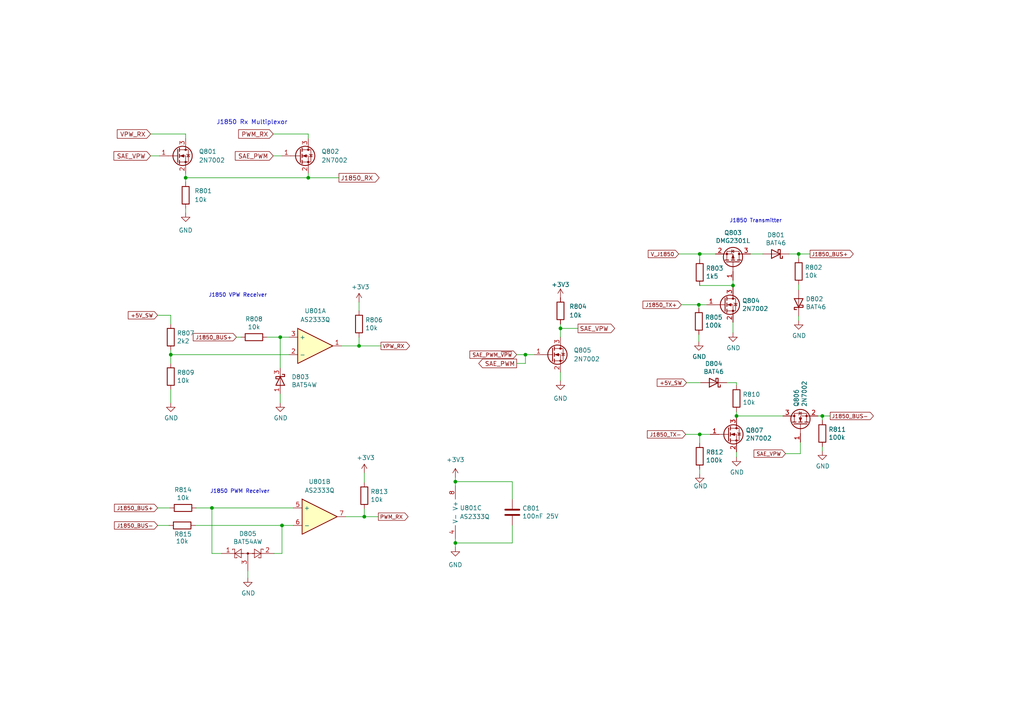
<source format=kicad_sch>
(kicad_sch (version 20211123) (generator eeschema)
  (paper "A4")
  (title_block (title "Vehicle CAN Collector") (date "2022-12-29") (rev "1") (company "Gavin Hurlbut"))
  (lib_symbols
    (symbol "Device:C" (pin_numbers hide) (pin_names (offset 0.254))
      (property "Reference" "C" (at 0.635 2.54 0))
      (property "Value" "C" (at 0.635 -2.54 0))
      (symbol "C_0_1"
        (polyline (pts (xy -2.032 -0.762) (xy 2.032 -0.762)) (stroke (width 0.508)))
        (polyline (pts (xy -2.032 0.762) (xy 2.032 0.762)) (stroke (width 0.508)))
      )
      (symbol "C_1_1"
        (pin passive line (at 0 3.81 270) (length 2.794) (name "~") (number "1"))
        (pin passive line (at 0 -3.81 90) (length 2.794) (name "~") (number "2"))
      )
    )
    (symbol "Device:Opamp_Dual"
      (property "Reference" "U" (at 0 5.08 0))
      (property "Value" "Opamp_Dual" (at 0 -5.08 0))
      (symbol "Opamp_Dual_1_1"
        (polyline (pts (xy -5.08 5.08) (xy 5.08 0) (xy -5.08 -5.08) (xy -5.08 5.08)) (stroke (width 0.254)) (fill (type background)))
        (pin output line (at 7.62 0 180) (length 2.54) (name "~") (number "1"))
        (pin input line (at -7.62 -2.54 0) (length 2.54) (name "-") (number "2"))
        (pin input line (at -7.62 2.54 0) (length 2.54) (name "+") (number "3"))
      )
      (symbol "Opamp_Dual_2_1"
        (polyline (pts (xy -5.08 5.08) (xy 5.08 0) (xy -5.08 -5.08) (xy -5.08 5.08)) (stroke (width 0.254)) (fill (type background)))
        (pin input line (at -7.62 2.54 0) (length 2.54) (name "+") (number "5"))
        (pin input line (at -7.62 -2.54 0) (length 2.54) (name "-") (number "6"))
        (pin output line (at 7.62 0 180) (length 2.54) (name "~") (number "7"))
      )
      (symbol "Opamp_Dual_3_1"
        (pin power_in line (at -2.54 -7.62 90) (length 3.81) (name "V-") (number "4"))
        (pin power_in line (at -2.54 7.62 270) (length 3.81) (name "V+") (number "8"))
      )
    )
    (symbol "Device:R" (pin_numbers hide) (pin_names (offset 0))
      (property "Reference" "R" (at 2.032 0 90))
      (property "Value" "R" (at 0 0 90))
      (symbol "R_0_1"
        (rectangle (start -1.016 -2.54) (end 1.016 2.54) (stroke (width 0.254)))
      )
      (symbol "R_1_1"
        (pin passive line (at 0 3.81 270) (length 1.27) (name "~") (number "1"))
        (pin passive line (at 0 -3.81 90) (length 1.27) (name "~") (number "2"))
      )
    )
    (symbol "Diode:BAT46" (pin_numbers hide) (pin_names (offset 1.016) hide)
      (property "Reference" "D" (at 0 2.54 0))
      (property "Value" "BAT46" (at 0 -2.54 0))
      (symbol "BAT46_0_1"
        (polyline (pts (xy 1.27 0) (xy -1.27 0)))
        (polyline (pts (xy 1.27 1.27) (xy 1.27 -1.27) (xy -1.27 0) (xy 1.27 1.27)) (stroke (width 0.254)))
        (polyline (pts (xy -1.905 0.635) (xy -1.905 1.27) (xy -1.27 1.27) (xy -1.27 -1.27) (xy -0.635 -1.27) (xy -0.635 -0.635)) (stroke (width 0.254)))
      )
      (symbol "BAT46_1_1"
        (pin passive line (at -3.81 0 0) (length 2.54) (name "K") (number "1"))
        (pin passive line (at 3.81 0 180) (length 2.54) (name "A") (number "2"))
      )
    )
    (symbol "Diode:BAT54AW" (pin_names (offset 1.016))
      (property "Reference" "D" (at 0.635 -3.81 0))
      (property "Value" "BAT54AW" (at -6.35 3.175 0))
      (symbol "BAT54AW_0_1"
        (polyline (pts (xy -4.445 1.27) (xy -4.445 1.016)))
        (polyline (pts (xy -3.81 -1.27) (xy -3.81 1.27)))
        (polyline (pts (xy -3.81 -1.27) (xy -3.175 -1.27)))
        (polyline (pts (xy -3.81 0) (xy -1.27 0)))
        (polyline (pts (xy -3.81 1.27) (xy -4.445 1.27)))
        (polyline (pts (xy -3.175 -1.27) (xy -3.175 -1.016)))
        (polyline (pts (xy -1.905 0) (xy 1.905 0)))
        (polyline (pts (xy 1.27 0) (xy 3.81 0)))
        (polyline (pts (xy 3.175 -1.27) (xy 3.175 -1.016)))
        (polyline (pts (xy 3.81 -1.27) (xy 3.175 -1.27)))
        (polyline (pts (xy 3.81 -1.27) (xy 3.81 1.27)))
        (polyline (pts (xy 3.81 1.27) (xy 4.445 1.27)))
        (polyline (pts (xy 4.445 1.27) (xy 4.445 1.016)))
        (polyline (pts (xy -1.905 1.27) (xy -1.905 -1.27) (xy -3.81 0) (xy -1.905 1.27)))
        (polyline (pts (xy 1.905 1.27) (xy 1.905 -1.27) (xy 3.81 0) (xy 1.905 1.27)))
        (circle (center 0 0) (radius 0.254) (fill (type outline)))
      )
      (symbol "BAT54AW_1_1"
        (pin passive line (at -7.62 0 0) (length 3.81) (name "~") (number "1"))
        (pin passive line (at 7.62 0 180) (length 3.81) (name "~") (number "2"))
        (pin passive line (at 0 -5.08 90) (length 5.08) (name "~") (number "3"))
      )
    )
    (symbol "Diode:BAT54W" (pin_names (offset 1.016) hide)
      (property "Reference" "D" (at 0 2.54 0))
      (property "Value" "BAT54W" (at 0 -2.54 0))
      (symbol "BAT54W_0_1"
        (polyline (pts (xy 1.27 0) (xy -1.27 0)))
        (polyline (pts (xy 1.27 1.27) (xy 1.27 -1.27) (xy -1.27 0) (xy 1.27 1.27)) (stroke (width 0.254)))
        (polyline (pts (xy -1.905 0.635) (xy -1.905 1.27) (xy -1.27 1.27) (xy -1.27 -1.27) (xy -0.635 -1.27) (xy -0.635 -0.635)) (stroke (width 0.254)))
      )
      (symbol "BAT54W_1_1"
        (pin passive line (at 3.81 0 180) (length 2.54) (name "A") (number "1"))
        (pin no_connect line (at 0 0 90) (length 2.54) hide (name "NC") (number "2"))
        (pin passive line (at -3.81 0 0) (length 2.54) (name "K") (number "3"))
      )
    )
    (symbol "Transistor_FET:2N7002" (pin_names hide)
      (property "Reference" "Q" (at 5.08 1.905 0))
      (property "Value" "2N7002" (at 5.08 0 0))
      (symbol "2N7002_0_1"
        (polyline (pts (xy 0.254 0) (xy -2.54 0)))
        (polyline (pts (xy 0.254 1.905) (xy 0.254 -1.905)) (stroke (width 0.254)))
        (polyline (pts (xy 0.762 -1.27) (xy 0.762 -2.286)) (stroke (width 0.254)))
        (polyline (pts (xy 0.762 0.508) (xy 0.762 -0.508)) (stroke (width 0.254)))
        (polyline (pts (xy 0.762 2.286) (xy 0.762 1.27)) (stroke (width 0.254)))
        (polyline (pts (xy 2.54 2.54) (xy 2.54 1.778)))
        (polyline (pts (xy 2.54 -2.54) (xy 2.54 0) (xy 0.762 0)))
        (polyline (pts (xy 0.762 -1.778) (xy 3.302 -1.778) (xy 3.302 1.778) (xy 0.762 1.778)))
        (polyline (pts (xy 1.016 0) (xy 2.032 0.381) (xy 2.032 -0.381) (xy 1.016 0)) (fill (type outline)))
        (polyline (pts (xy 2.794 0.508) (xy 2.921 0.381) (xy 3.683 0.381) (xy 3.81 0.254)))
        (polyline (pts (xy 3.302 0.381) (xy 2.921 -0.254) (xy 3.683 -0.254) (xy 3.302 0.381)))
        (circle (center 1.651 0) (radius 2.794) (stroke (width 0.254)))
        (circle (center 2.54 -1.778) (radius 0.254) (fill (type outline)))
        (circle (center 2.54 1.778) (radius 0.254) (fill (type outline)))
      )
      (symbol "2N7002_1_1"
        (pin input line (at -5.08 0 0) (length 2.54) (name "G") (number "1"))
        (pin passive line (at 2.54 -5.08 90) (length 2.54) (name "S") (number "2"))
        (pin passive line (at 2.54 5.08 270) (length 2.54) (name "D") (number "3"))
      )
    )
    (symbol "Transistor_FET:DMG2301L" (pin_names hide)
      (property "Reference" "Q" (at 5.08 1.905 0))
      (property "Value" "DMG2301L" (at 5.08 0 0))
      (symbol "DMG2301L_0_1"
        (polyline (pts (xy 0.254 0) (xy -2.54 0)))
        (polyline (pts (xy 0.254 1.905) (xy 0.254 -1.905)) (stroke (width 0.254)))
        (polyline (pts (xy 0.762 -1.27) (xy 0.762 -2.286)) (stroke (width 0.254)))
        (polyline (pts (xy 0.762 0.508) (xy 0.762 -0.508)) (stroke (width 0.254)))
        (polyline (pts (xy 0.762 2.286) (xy 0.762 1.27)) (stroke (width 0.254)))
        (polyline (pts (xy 2.54 2.54) (xy 2.54 1.778)))
        (polyline (pts (xy 2.54 -2.54) (xy 2.54 0) (xy 0.762 0)))
        (polyline (pts (xy 0.762 1.778) (xy 3.302 1.778) (xy 3.302 -1.778) (xy 0.762 -1.778)))
        (polyline (pts (xy 2.286 0) (xy 1.27 0.381) (xy 1.27 -0.381) (xy 2.286 0)) (fill (type outline)))
        (polyline (pts (xy 2.794 -0.508) (xy 2.921 -0.381) (xy 3.683 -0.381) (xy 3.81 -0.254)))
        (polyline (pts (xy 3.302 -0.381) (xy 2.921 0.254) (xy 3.683 0.254) (xy 3.302 -0.381)))
        (circle (center 1.651 0) (radius 2.794) (stroke (width 0.254)))
        (circle (center 2.54 -1.778) (radius 0.254) (fill (type outline)))
        (circle (center 2.54 1.778) (radius 0.254) (fill (type outline)))
      )
      (symbol "DMG2301L_1_1"
        (pin input line (at -5.08 0 0) (length 2.54) (name "G") (number "1"))
        (pin passive line (at 2.54 -5.08 90) (length 2.54) (name "S") (number "2"))
        (pin passive line (at 2.54 5.08 270) (length 2.54) (name "D") (number "3"))
      )
    )
    (symbol "power:+3V3" (power) (pin_names (offset 0))
      (property "Value" "+3V3" (at 0 3.556 0))
      (symbol "+3V3_0_1"
        (polyline (pts (xy -0.762 1.27) (xy 0 2.54)))
        (polyline (pts (xy 0 0) (xy 0 2.54)))
        (polyline (pts (xy 0 2.54) (xy 0.762 1.27)))
      )
      (symbol "+3V3_1_1"
        (pin power_in line (at 0 0 90) (length 0) hide (name "+3V3") (number "1"))
      )
    )
    (symbol "power:GND" (power) (pin_names (offset 0))
      (property "Value" "GND" (at 0 -3.81 0))
      (symbol "GND_0_1"
        (polyline (pts (xy 0 0) (xy 0 -1.27) (xy 1.27 -1.27) (xy 0 -2.54) (xy -1.27 -1.27) (xy 0 -1.27)))
      )
      (symbol "GND_1_1"
        (pin power_in line (at 0 0 270) (length 0) hide (name "GND") (number "1"))
      )
    )
  )
  (junction (at 81.28 97.79))
  (junction (at 202.692 88.392))
  (junction (at 132.08 157.48))
  (junction (at 238.506 120.65))
  (junction (at 132.08 139.7))
  (junction (at 61.468 147.32))
  (junction (at 231.648 73.66))
  (junction (at 89.408 51.562))
  (junction (at 104.14 100.33))
  (junction (at 105.664 149.86))
  (junction (at 49.53 102.87))
  (junction (at 162.56 95.25))
  (junction (at 212.598 82.804))
  (junction (at 152.4 102.87))
  (junction (at 202.946 73.66))
  (junction (at 202.946 125.984))
  (junction (at 213.614 120.65))
  (junction (at 81.788 152.4))
  (junction (at 53.848 51.562))
  (wire (pts (xy 213.614 120.65) (xy 213.614 119.38)))
  (wire (pts (xy 105.664 139.954) (xy 105.664 137.16)))
  (wire (pts (xy 89.408 51.562) (xy 89.408 50.292)))
  (wire (pts (xy 43.688 45.212) (xy 46.228 45.212)))
  (wire (pts (xy 109.728 149.86) (xy 105.664 149.86)))
  (wire (pts (xy 202.946 136.144) (xy 202.946 137.414)))
  (wire (pts (xy 213.614 132.588) (xy 213.614 131.064)))
  (wire (pts (xy 162.56 93.98) (xy 162.56 95.25)))
  (wire (pts (xy 81.28 97.79) (xy 83.82 97.79)))
  (wire (pts (xy 79.502 160.528) (xy 81.788 160.528)))
  (wire (pts (xy 212.598 81.28) (xy 212.598 82.804)))
  (wire (pts (xy 45.72 91.44) (xy 49.53 91.44)))
  (wire (pts (xy 104.14 100.33) (xy 104.14 97.79)))
  (wire (pts (xy 231.648 73.66) (xy 234.95 73.66)))
  (wire (pts (xy 49.53 113.03) (xy 49.53 116.84)))
  (wire (pts (xy 85.09 152.4) (xy 81.788 152.4)))
  (wire (pts (xy 202.946 128.524) (xy 202.946 125.984)))
  (wire (pts (xy 61.468 160.528) (xy 61.468 147.32)))
  (wire (pts (xy 202.692 99.06) (xy 202.692 97.028)))
  (wire (pts (xy 43.688 38.862) (xy 53.848 38.862)))
  (wire (pts (xy 210.82 110.998) (xy 213.614 110.998)))
  (wire (pts (xy 148.59 144.78) (xy 148.59 139.7)))
  (wire (pts (xy 132.08 157.48) (xy 132.08 158.75)))
  (wire (pts (xy 81.28 106.68) (xy 81.28 97.79)))
  (wire (pts (xy 237.236 120.65) (xy 238.506 120.65)))
  (wire (pts (xy 162.56 95.25) (xy 167.64 95.25)))
  (wire (pts (xy 231.648 74.93) (xy 231.648 73.66)))
  (wire (pts (xy 132.08 138.43) (xy 132.08 139.7)))
  (wire (pts (xy 202.946 125.984) (xy 205.994 125.984)))
  (wire (pts (xy 198.882 125.984) (xy 202.946 125.984)))
  (wire (pts (xy 148.59 139.7) (xy 132.08 139.7)))
  (wire (pts (xy 199.136 110.998) (xy 203.2 110.998)))
  (wire (pts (xy 231.648 91.694) (xy 231.648 92.964)))
  (wire (pts (xy 149.86 102.87) (xy 152.4 102.87)))
  (wire (pts (xy 104.14 100.33) (xy 110.49 100.33)))
  (wire (pts (xy 45.72 147.32) (xy 49.276 147.32)))
  (wire (pts (xy 212.598 96.52) (xy 212.598 93.472)))
  (wire (pts (xy 81.28 114.3) (xy 81.28 116.84)))
  (wire (pts (xy 213.614 111.76) (xy 213.614 110.998)))
  (wire (pts (xy 104.14 87.63) (xy 104.14 90.17)))
  (wire (pts (xy 162.56 107.95) (xy 162.56 110.49)))
  (wire (pts (xy 61.468 147.32) (xy 56.896 147.32)))
  (wire (pts (xy 227.838 131.572) (xy 232.156 131.572)))
  (wire (pts (xy 217.678 73.66) (xy 221.234 73.66)))
  (wire (pts (xy 53.848 51.562) (xy 53.848 52.832)))
  (wire (pts (xy 49.53 102.87) (xy 49.53 105.41)))
  (wire (pts (xy 100.33 149.86) (xy 105.664 149.86)))
  (wire (pts (xy 53.848 51.562) (xy 89.408 51.562)))
  (wire (pts (xy 99.06 100.33) (xy 104.14 100.33)))
  (wire (pts (xy 132.08 139.7) (xy 132.08 140.97)))
  (wire (pts (xy 105.664 147.574) (xy 105.664 149.86)))
  (wire (pts (xy 228.854 73.66) (xy 231.648 73.66)))
  (wire (pts (xy 238.506 130.81) (xy 238.506 129.54)))
  (wire (pts (xy 49.53 91.44) (xy 49.53 93.98)))
  (wire (pts (xy 79.248 38.862) (xy 89.408 38.862)))
  (wire (pts (xy 238.506 120.65) (xy 240.792 120.65)))
  (wire (pts (xy 213.614 120.904) (xy 213.614 120.65)))
  (wire (pts (xy 227.076 120.65) (xy 213.614 120.65)))
  (wire (pts (xy 132.08 156.21) (xy 132.08 157.48)))
  (wire (pts (xy 89.408 51.562) (xy 98.298 51.562)))
  (wire (pts (xy 148.59 152.4) (xy 148.59 157.48)))
  (wire (pts (xy 68.58 97.79) (xy 69.85 97.79)))
  (wire (pts (xy 196.85 73.66) (xy 202.946 73.66)))
  (wire (pts (xy 79.248 45.212) (xy 81.788 45.212)))
  (wire (pts (xy 202.692 89.408) (xy 202.692 88.392)))
  (wire (pts (xy 85.09 147.32) (xy 61.468 147.32)))
  (wire (pts (xy 53.848 38.862) (xy 53.848 40.132)))
  (wire (pts (xy 162.56 95.25) (xy 162.56 97.79)))
  (wire (pts (xy 71.882 167.64) (xy 71.882 165.608)))
  (wire (pts (xy 202.692 88.392) (xy 204.978 88.392)))
  (wire (pts (xy 81.788 152.4) (xy 56.642 152.4)))
  (wire (pts (xy 49.53 102.87) (xy 83.82 102.87)))
  (wire (pts (xy 53.848 61.722) (xy 53.848 60.452)))
  (wire (pts (xy 152.4 105.41) (xy 152.4 102.87)))
  (wire (pts (xy 202.946 73.66) (xy 207.518 73.66)))
  (wire (pts (xy 232.156 131.572) (xy 232.156 128.27)))
  (wire (pts (xy 202.946 82.804) (xy 212.598 82.804)))
  (wire (pts (xy 45.72 152.4) (xy 49.022 152.4)))
  (wire (pts (xy 77.47 97.79) (xy 81.28 97.79)))
  (wire (pts (xy 64.262 160.528) (xy 61.468 160.528)))
  (wire (pts (xy 148.59 157.48) (xy 132.08 157.48)))
  (wire (pts (xy 49.53 101.6) (xy 49.53 102.87)))
  (wire (pts (xy 152.4 102.87) (xy 154.94 102.87)))
  (wire (pts (xy 231.648 82.55) (xy 231.648 84.074)))
  (wire (pts (xy 89.408 38.862) (xy 89.408 40.132)))
  (wire (pts (xy 197.612 88.392) (xy 202.692 88.392)))
  (wire (pts (xy 202.946 75.184) (xy 202.946 73.66)))
  (wire (pts (xy 149.86 105.41) (xy 152.4 105.41)))
  (wire (pts (xy 238.506 121.92) (xy 238.506 120.65)))
  (wire (pts (xy 212.598 82.804) (xy 212.598 83.312)))
  (wire (pts (xy 81.788 160.528) (xy 81.788 152.4)))
  (wire (pts (xy 53.848 50.292) (xy 53.848 51.562)))
  (text "J1850 Transmitter" (at 211.582 64.77 0) (effects (font (size 1.0922 1.0922)) (justify left bottom)))
  (text "J1850 Rx Multiplexor" (at 62.738 36.322 0) (effects (font (size 1.27 1.27)) (justify left bottom)))
  (text "J1850 VPW Receiver" (at 77.47 86.36 180) (effects (font (size 1.0922 1.0922)) (justify right bottom)))
  (text "J1850 PWM Receiver" (at 78.232 143.256 180) (effects (font (size 1.0922 1.0922)) (justify right bottom)))
  (global_label "SAE_VPW" (shape input) (at 43.688 45.212 180) (property "Intersheet References" "${INTERSHEET_REFS}" (effects hide)))
  (global_label "+5V_SW" (shape input) (at 199.136 110.998 180) (effects (font (size 1.0922 1.0922))) (property "Intersheet References" "${INTERSHEET_REFS}" (effects hide)))
  (global_label "SAE_PWM" (shape input) (at 79.248 45.212 180) (property "Intersheet References" "${INTERSHEET_REFS}" (effects hide)))
  (global_label "J1850_BUS+" (shape output) (at 234.95 73.66 0) (effects (font (size 1.0922 1.0922))) (property "Intersheet References" "${INTERSHEET_REFS}" (effects hide)))
  (global_label "V_J1850" (shape input) (at 196.85 73.66 180) (effects (font (size 1.0922 1.0922))) (property "Intersheet References" "${INTERSHEET_REFS}" (effects hide)))
  (global_label "SAE_VPW" (shape input) (at 227.838 131.572 180) (effects (font (size 1.0922 1.0922))) (property "Intersheet References" "${INTERSHEET_REFS}" (effects hide)))
  (global_label "J1850_BUS+" (shape input) (at 45.72 147.32 180) (effects (font (size 1.0922 1.0922))) (property "Intersheet References" "${INTERSHEET_REFS}" (effects hide)))
  (global_label "J1850_TX-" (shape input) (at 198.882 125.984 180) (effects (font (size 1.0922 1.0922))) (property "Intersheet References" "${INTERSHEET_REFS}" (effects hide)))
  (global_label "SAE_PWM_~{VPW}" (shape input) (at 149.86 102.87 180) (effects (font (size 1.0922 1.0922))) (property "Intersheet References" "${INTERSHEET_REFS}" (effects hide)))
  (global_label "J1850_RX" (shape output) (at 98.298 51.562 0) (property "Intersheet References" "${INTERSHEET_REFS}" (effects hide)))
  (global_label "VPW_RX" (shape output) (at 110.49 100.33 0) (effects (font (size 1.0922 1.0922))) (property "Intersheet References" "${INTERSHEET_REFS}" (effects hide)))
  (global_label "PWM_RX" (shape input) (at 79.248 38.862 180) (property "Intersheet References" "${INTERSHEET_REFS}" (effects hide)))
  (global_label "J1850_BUS-" (shape input) (at 45.72 152.4 180) (effects (font (size 1.0922 1.0922))) (property "Intersheet References" "${INTERSHEET_REFS}" (effects hide)))
  (global_label "SAE_PWM" (shape output) (at 149.86 105.41 180) (property "Intersheet References" "${INTERSHEET_REFS}" (effects hide)))
  (global_label "PWM_RX" (shape output) (at 109.728 149.86 0) (effects (font (size 1.0922 1.0922))) (property "Intersheet References" "${INTERSHEET_REFS}" (effects hide)))
  (global_label "J1850_TX+" (shape input) (at 197.612 88.392 180) (effects (font (size 1.0922 1.0922))) (property "Intersheet References" "${INTERSHEET_REFS}" (effects hide)))
  (global_label "SAE_VPW" (shape output) (at 167.64 95.25 0) (property "Intersheet References" "${INTERSHEET_REFS}" (effects hide)))
  (global_label "J1850_BUS+" (shape input) (at 68.58 97.79 180) (effects (font (size 1.0922 1.0922))) (property "Intersheet References" "${INTERSHEET_REFS}" (effects hide)))
  (global_label "J1850_BUS-" (shape output) (at 240.792 120.65 0) (effects (font (size 1.0922 1.0922))) (property "Intersheet References" "${INTERSHEET_REFS}" (effects hide)))
  (global_label "VPW_RX" (shape input) (at 43.688 38.862 180) (property "Intersheet References" "${INTERSHEET_REFS}" (effects hide)))
  (global_label "+5V_SW" (shape input) (at 45.72 91.44 180) (effects (font (size 1.0922 1.0922))) (property "Intersheet References" "${INTERSHEET_REFS}" (effects hide)))
  (symbol (lib_id "Device:Opamp_Dual") (at 91.44 100.33 0) (unit 1)
    (property "Reference" "U801" (at 91.44 90.17 0))
    (property "Value" "AS2333Q" (at 91.44 92.71 0))
    (property "Footprint" "Package_SO:SOIC-8_3.9x4.9mm_P1.27mm" (effects hide))
  )
  (symbol (lib_id "Transistor_FET:2N7002") (at 211.074 125.984 0) (unit 1)
    (property "Reference" "Q807" (at 216.2556 124.8156 0) (effects (justify left)))
    (property "Value" "2N7002" (at 216.2556 127.127 0) (effects (justify left)))
    (property "Footprint" "Package_TO_SOT_SMD:SOT-23" (effects hide))
    (property "Datasheet" "https://www.onsemi.com/pub/Collateral/NDS7002A-D.PDF" (effects hide))
  )
  (symbol (lib_id "Diode:BAT46") (at 207.01 110.998 180) (unit 1)
    (property "Reference" "D804" (at 207.01 105.4862 0))
    (property "Value" "BAT46" (at 207.01 107.7976 0))
    (property "Footprint" "Diode_THT:D_DO-35_SOD27_P7.62mm_Horizontal" (effects hide))
    (property "Datasheet" "http://www.vishay.com/docs/85662/bat46.pdf" (effects hide))
  )
  (symbol (lib_id "Device:R") (at 202.946 132.334 0) (unit 1)
    (property "Reference" "R812" (at 204.724 131.1656 0) (effects (justify left)))
    (property "Value" "100k" (at 204.724 133.477 0) (effects (justify left)))
  )
  (symbol (lib_id "Device:R") (at 105.664 143.764 180) (unit 1)
    (property "Reference" "R813" (at 107.442 142.5956 0) (effects (justify right)))
    (property "Value" "10k" (at 107.442 144.907 0) (effects (justify right)))
  )
  (symbol (lib_id "Diode:BAT54W") (at 81.28 110.49 270) (unit 1)
    (property "Reference" "D803" (at 84.5566 109.3216 90) (effects (justify left)))
    (property "Value" "BAT54W" (at 84.5566 111.633 90) (effects (justify left)))
    (property "Footprint" "Package_TO_SOT_SMD:SOT-323_SC-70" (effects hide))
    (property "Datasheet" "https://assets.nexperia.com/documents/data-sheet/BAT54W_SER.pdf" (effects hide))
  )
  (symbol (lib_id "power:GND") (at 238.506 130.81 0) (unit 1)
    (property "Reference" "#PWR0810" (effects hide))
    (property "Value" "GND" (at 238.633 135.2042 0))
  )
  (symbol (lib_id "Device:R") (at 73.66 97.79 270) (unit 1)
    (property "Reference" "R808" (at 73.66 92.5322 90))
    (property "Value" "10k" (at 73.66 94.8436 90))
  )
  (symbol (lib_id "Device:R") (at 52.832 152.4 90) (unit 1)
    (property "Reference" "R815" (at 53.086 154.94 90))
    (property "Value" "10k" (at 52.832 156.972 90))
  )
  (symbol (lib_id "Device:R") (at 162.56 90.17 0) (unit 1)
    (property "Reference" "R804" (at 165.1 88.8999 0) (effects (justify left)))
    (property "Value" "10k" (at 165.1 91.4399 0) (effects (justify left)))
  )
  (symbol (lib_id "power:+3V3") (at 104.14 87.63 0) (unit 1)
    (property "Reference" "#PWR0803" (effects hide))
    (property "Value" "+3V3" (at 104.521 83.2358 0))
  )
  (symbol (lib_id "Transistor_FET:DMG2301L") (at 212.598 76.2 270) (mirror x) (unit 1)
    (property "Reference" "Q803" (at 212.598 67.5132 90))
    (property "Value" "DMG2301L" (at 212.598 69.8246 90))
    (property "Footprint" "Package_TO_SOT_SMD:SOT-23" (effects hide))
    (property "Datasheet" "https://www.diodes.com/assets/Datasheets/DMG2301L.pdf" (effects hide))
  )
  (symbol (lib_id "power:+3V3") (at 162.56 86.36 0) (unit 1)
    (property "Reference" "#PWR0802" (effects hide))
    (property "Value" "+3V3" (at 162.56 82.55 0))
  )
  (symbol (lib_id "Device:R") (at 53.848 56.642 0) (unit 1)
    (property "Reference" "R801" (at 56.388 55.3719 0) (effects (justify left)))
    (property "Value" "10k" (at 56.388 57.9119 0) (effects (justify left)))
  )
  (symbol (lib_id "Transistor_FET:2N7002") (at 232.156 123.19 90) (unit 1)
    (property "Reference" "Q806" (at 230.9876 118.0084 0) (effects (justify left)))
    (property "Value" "2N7002" (at 233.299 118.0084 0) (effects (justify left)))
    (property "Footprint" "Package_TO_SOT_SMD:SOT-23" (effects hide))
    (property "Datasheet" "https://www.onsemi.com/pub/Collateral/NDS7002A-D.PDF" (effects hide))
  )
  (symbol (lib_id "Device:R") (at 202.946 78.994 0) (unit 1)
    (property "Reference" "R803" (at 204.724 77.8256 0) (effects (justify left)))
    (property "Value" "1k5" (at 204.724 80.137 0) (effects (justify left)))
  )
  (symbol (lib_id "power:GND") (at 202.946 137.414 0) (unit 1)
    (property "Reference" "#PWR0813" (effects hide))
    (property "Value" "GND" (at 203.2 140.97 0))
  )
  (symbol (lib_id "Diode:BAT54AW") (at 71.882 160.528 0) (unit 1)
    (property "Reference" "D805" (at 71.882 154.813 0))
    (property "Value" "BAT54AW" (at 71.882 157.1244 0))
    (property "Footprint" "Package_TO_SOT_SMD:SOT-323_SC-70" (effects hide))
    (property "Datasheet" "https://assets.nexperia.com/documents/data-sheet/BAT54W_SER.pdf" (effects hide))
  )
  (symbol (lib_id "power:GND") (at 202.692 99.06 0) (unit 1)
    (property "Reference" "#PWR0806" (effects hide))
    (property "Value" "GND" (at 202.819 103.4542 0))
  )
  (symbol (lib_id "Device:C") (at 148.59 148.59 180) (unit 1)
    (property "Reference" "C801" (at 151.4856 147.4216 0) (effects (justify right)))
    (property "Value" "100nF 25V" (at 151.4856 149.733 0) (effects (justify right)))
  )
  (symbol (lib_id "power:GND") (at 49.53 116.84 0) (unit 1)
    (property "Reference" "#PWR0808" (effects hide))
    (property "Value" "GND" (at 49.657 121.2342 0))
  )
  (symbol (lib_id "Transistor_FET:2N7002") (at 51.308 45.212 0) (unit 1)
    (property "Reference" "Q801" (at 57.658 43.9419 0) (effects (justify left)))
    (property "Value" "2N7002" (at 57.658 46.4819 0) (effects (justify left)))
    (property "Footprint" "Package_TO_SOT_SMD:SOT-23" (effects hide))
    (property "Datasheet" "https://www.onsemi.com/pub/Collateral/NDS7002A-D.PDF" (effects hide))
  )
  (symbol (lib_id "Diode:BAT46") (at 231.648 87.884 90) (unit 1)
    (property "Reference" "D802" (at 233.68 86.7156 90) (effects (justify right)))
    (property "Value" "BAT46" (at 233.68 89.027 90) (effects (justify right)))
    (property "Footprint" "Diode_THT:D_DO-35_SOD27_P7.62mm_Horizontal" (effects hide))
    (property "Datasheet" "http://www.vishay.com/docs/85662/bat46.pdf" (effects hide))
  )
  (symbol (lib_id "Device:R") (at 49.53 109.22 0) (unit 1)
    (property "Reference" "R809" (at 51.308 108.0516 0) (effects (justify left)))
    (property "Value" "10k" (at 51.308 110.363 0) (effects (justify left)))
  )
  (symbol (lib_id "Transistor_FET:2N7002") (at 160.02 102.87 0) (unit 1)
    (property "Reference" "Q805" (at 166.37 101.5999 0) (effects (justify left)))
    (property "Value" "2N7002" (at 166.37 104.1399 0) (effects (justify left)))
    (property "Footprint" "Package_TO_SOT_SMD:SOT-23" (effects hide))
    (property "Datasheet" "https://www.onsemi.com/pub/Collateral/NDS7002A-D.PDF" (effects hide))
  )
  (symbol (lib_id "power:GND") (at 212.598 96.52 0) (unit 1)
    (property "Reference" "#PWR0805" (effects hide))
    (property "Value" "GND" (at 212.725 100.9142 0))
  )
  (symbol (lib_id "power:+3V3") (at 105.664 137.16 0) (unit 1)
    (property "Reference" "#PWR0812" (effects hide))
    (property "Value" "+3V3" (at 106.045 132.7658 0))
  )
  (symbol (lib_id "Device:R") (at 238.506 125.73 0) (unit 1)
    (property "Reference" "R811" (at 240.284 124.5616 0) (effects (justify left)))
    (property "Value" "100k" (at 240.284 126.873 0) (effects (justify left)))
  )
  (symbol (lib_id "Device:R") (at 49.53 97.79 0) (unit 1)
    (property "Reference" "R807" (at 51.308 96.6216 0) (effects (justify left)))
    (property "Value" "2k2" (at 51.308 98.933 0) (effects (justify left)))
  )
  (symbol (lib_id "Transistor_FET:2N7002") (at 210.058 88.392 0) (unit 1)
    (property "Reference" "Q804" (at 215.2396 87.2236 0) (effects (justify left)))
    (property "Value" "2N7002" (at 215.2396 89.535 0) (effects (justify left)))
    (property "Footprint" "Package_TO_SOT_SMD:SOT-23" (effects hide))
    (property "Datasheet" "https://www.onsemi.com/pub/Collateral/NDS7002A-D.PDF" (effects hide))
  )
  (symbol (lib_id "power:GND") (at 213.614 132.588 0) (unit 1)
    (property "Reference" "#PWR0811" (effects hide))
    (property "Value" "GND" (at 213.741 136.9822 0))
  )
  (symbol (lib_id "power:GND") (at 231.648 92.964 0) (unit 1)
    (property "Reference" "#PWR0804" (effects hide))
    (property "Value" "GND" (at 231.775 97.3582 0))
  )
  (symbol (lib_id "Device:Opamp_Dual") (at 92.71 149.86 0) (unit 2)
    (property "Reference" "U801" (at 92.71 139.7 0))
    (property "Value" "AS2333Q" (at 92.71 142.24 0))
    (property "Footprint" "Package_SO:SOIC-8_3.9x4.9mm_P1.27mm" (effects hide))
  )
  (symbol (lib_id "Device:R") (at 213.614 115.57 0) (unit 1)
    (property "Reference" "R810" (at 215.392 114.4016 0) (effects (justify left)))
    (property "Value" "10k" (at 215.392 116.713 0) (effects (justify left)))
  )
  (symbol (lib_id "Transistor_FET:2N7002") (at 86.868 45.212 0) (unit 1)
    (property "Reference" "Q802" (at 93.218 43.9419 0) (effects (justify left)))
    (property "Value" "2N7002" (at 93.218 46.4819 0) (effects (justify left)))
    (property "Footprint" "Package_TO_SOT_SMD:SOT-23" (effects hide))
    (property "Datasheet" "https://www.onsemi.com/pub/Collateral/NDS7002A-D.PDF" (effects hide))
  )
  (symbol (lib_id "Diode:BAT46") (at 225.044 73.66 180) (unit 1)
    (property "Reference" "D801" (at 225.044 68.1482 0))
    (property "Value" "BAT46" (at 225.044 70.4596 0))
    (property "Footprint" "Diode_THT:D_DO-35_SOD27_P7.62mm_Horizontal" (effects hide))
    (property "Datasheet" "http://www.vishay.com/docs/85662/bat46.pdf" (effects hide))
  )
  (symbol (lib_id "power:GND") (at 162.56 110.49 0) (unit 1)
    (property "Reference" "#PWR0807" (effects hide))
    (property "Value" "GND" (at 162.56 115.57 0))
  )
  (symbol (lib_id "power:GND") (at 71.882 167.64 0) (unit 1)
    (property "Reference" "#PWR0816" (effects hide))
    (property "Value" "GND" (at 72.009 172.0342 0))
  )
  (symbol (lib_id "Device:R") (at 231.648 78.74 0) (unit 1)
    (property "Reference" "R802" (at 233.426 77.5716 0) (effects (justify left)))
    (property "Value" "10k" (at 233.426 79.883 0) (effects (justify left)))
  )
  (symbol (lib_id "Device:R") (at 202.692 93.218 0) (unit 1)
    (property "Reference" "R805" (at 204.47 92.0496 0) (effects (justify left)))
    (property "Value" "100k" (at 204.47 94.361 0) (effects (justify left)))
  )
  (symbol (lib_id "Device:R") (at 104.14 93.98 0) (unit 1)
    (property "Reference" "R806" (at 105.918 92.8116 0) (effects (justify left)))
    (property "Value" "10k" (at 105.918 95.123 0) (effects (justify left)))
  )
  (symbol (lib_id "power:+3V3") (at 132.08 138.43 0) (unit 1)
    (property "Reference" "#PWR0814" (effects hide))
    (property "Value" "+3V3" (at 132.08 133.35 0))
  )
  (symbol (lib_id "Device:Opamp_Dual") (at 134.62 148.59 0) (unit 3)
    (property "Reference" "U801" (at 133.35 147.3199 0) (effects (justify left)))
    (property "Value" "AS2333Q" (at 133.35 149.8599 0) (effects (justify left)))
    (property "Footprint" "Package_SO:SOIC-8_3.9x4.9mm_P1.27mm" (effects hide))
  )
  (symbol (lib_id "power:GND") (at 81.28 116.84 0) (unit 1)
    (property "Reference" "#PWR0809" (effects hide))
    (property "Value" "GND" (at 81.407 121.2342 0))
  )
  (symbol (lib_id "power:GND") (at 53.848 61.722 0) (unit 1)
    (property "Reference" "#PWR0801" (effects hide))
    (property "Value" "GND" (at 53.848 66.802 0))
  )
  (symbol (lib_id "power:GND") (at 132.08 158.75 0) (unit 1)
    (property "Reference" "#PWR0815" (effects hide))
    (property "Value" "GND" (at 132.08 163.83 0))
  )
  (symbol (lib_id "Device:R") (at 53.086 147.32 270) (unit 1)
    (property "Reference" "R814" (at 53.086 142.0622 90))
    (property "Value" "10k" (at 53.086 144.3736 90))
  )
)
</source>
